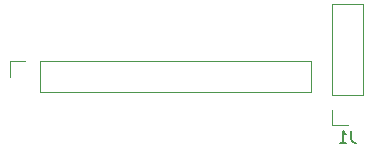
<source format=gbr>
%TF.GenerationSoftware,KiCad,Pcbnew,8.0.5*%
%TF.CreationDate,2024-11-14T11:30:09+01:00*%
%TF.ProjectId,LCD_PCB,4c43445f-5043-4422-9e6b-696361645f70,rev?*%
%TF.SameCoordinates,Original*%
%TF.FileFunction,Legend,Bot*%
%TF.FilePolarity,Positive*%
%FSLAX46Y46*%
G04 Gerber Fmt 4.6, Leading zero omitted, Abs format (unit mm)*
G04 Created by KiCad (PCBNEW 8.0.5) date 2024-11-14 11:30:09*
%MOMM*%
%LPD*%
G01*
G04 APERTURE LIST*
%ADD10C,0.150000*%
%ADD11C,0.120000*%
G04 APERTURE END LIST*
D10*
X132533333Y-45334819D02*
X132533333Y-46049104D01*
X132533333Y-46049104D02*
X132580952Y-46191961D01*
X132580952Y-46191961D02*
X132676190Y-46287200D01*
X132676190Y-46287200D02*
X132819047Y-46334819D01*
X132819047Y-46334819D02*
X132914285Y-46334819D01*
X131533333Y-46334819D02*
X132104761Y-46334819D01*
X131819047Y-46334819D02*
X131819047Y-45334819D01*
X131819047Y-45334819D02*
X131914285Y-45477676D01*
X131914285Y-45477676D02*
X132009523Y-45572914D01*
X132009523Y-45572914D02*
X132104761Y-45620533D01*
D11*
%TO.C,J1*%
X130870000Y-34600000D02*
X130870000Y-42280000D01*
X130870000Y-44880000D02*
X130870000Y-43550000D01*
X132200000Y-44880000D02*
X130870000Y-44880000D01*
X133530000Y-34600000D02*
X130870000Y-34600000D01*
X133530000Y-34600000D02*
X133530000Y-42280000D01*
X133530000Y-42280000D02*
X130870000Y-42280000D01*
%TO.C,J2*%
X103590000Y-39420000D02*
X104920000Y-39420000D01*
X103590000Y-40750000D02*
X103590000Y-39420000D01*
X106190000Y-42080000D02*
X106190000Y-39420000D01*
X129110000Y-39420000D02*
X106190000Y-39420000D01*
X129110000Y-42080000D02*
X106190000Y-42080000D01*
X129110000Y-42080000D02*
X129110000Y-39420000D01*
%TD*%
M02*

</source>
